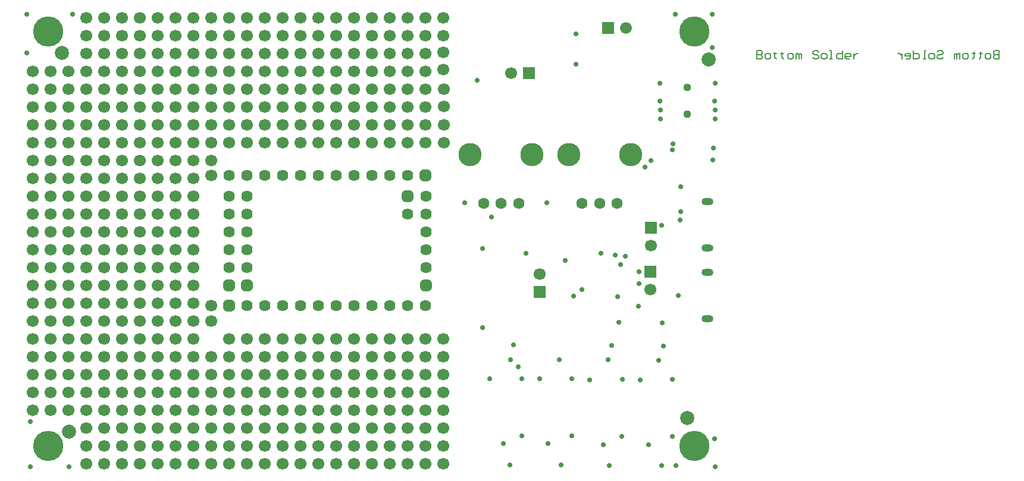
<source format=gbs>
G04*
G04 #@! TF.GenerationSoftware,Altium Limited,Altium Designer,24.3.1 (35)*
G04*
G04 Layer_Color=16711935*
%FSLAX44Y44*%
%MOMM*%
G71*
G04*
G04 #@! TF.SameCoordinates,D3561438-4DE8-4D87-AEC0-D3123FBB7C78*
G04*
G04*
G04 #@! TF.FilePolarity,Negative*
G04*
G01*
G75*
%ADD16C,0.1500*%
%ADD68C,2.0000*%
%ADD69C,1.7000*%
%ADD70R,1.7000X1.7000*%
%ADD71C,1.6080*%
%ADD72C,3.3160*%
%ADD73C,1.6200*%
G04:AMPARAMS|DCode=74|XSize=1.62mm|YSize=1.62mm|CornerRadius=0.43mm|HoleSize=0mm|Usage=FLASHONLY|Rotation=270.000|XOffset=0mm|YOffset=0mm|HoleType=Round|Shape=RoundedRectangle|*
%AMROUNDEDRECTD74*
21,1,1.6200,0.7600,0,0,270.0*
21,1,0.7600,1.6200,0,0,270.0*
1,1,0.8600,-0.3800,-0.3800*
1,1,0.8600,-0.3800,0.3800*
1,1,0.8600,0.3800,0.3800*
1,1,0.8600,0.3800,-0.3800*
%
%ADD74ROUNDEDRECTD74*%
G04:AMPARAMS|DCode=75|XSize=1.62mm|YSize=1.62mm|CornerRadius=0.43mm|HoleSize=0mm|Usage=FLASHONLY|Rotation=180.000|XOffset=0mm|YOffset=0mm|HoleType=Round|Shape=RoundedRectangle|*
%AMROUNDEDRECTD75*
21,1,1.6200,0.7600,0,0,180.0*
21,1,0.7600,1.6200,0,0,180.0*
1,1,0.8600,-0.3800,0.3800*
1,1,0.8600,0.3800,0.3800*
1,1,0.8600,0.3800,-0.3800*
1,1,0.8600,-0.3800,-0.3800*
%
%ADD75ROUNDEDRECTD75*%
%ADD76R,1.7000X1.7000*%
%ADD77C,1.1200*%
%ADD78O,1.7000X1.0000*%
%ADD79R,1.6750X1.6750*%
%ADD80C,1.6750*%
%ADD81C,4.3000*%
%ADD82C,0.7000*%
D16*
X1393500Y602996D02*
Y591000D01*
X1387502D01*
X1385502Y593000D01*
Y594999D01*
X1387502Y596998D01*
X1393500D01*
X1387502D01*
X1385502Y598998D01*
Y600997D01*
X1387502Y602996D01*
X1393500D01*
X1379504Y591000D02*
X1375506D01*
X1373506Y593000D01*
Y596998D01*
X1375506Y598998D01*
X1379504D01*
X1381504Y596998D01*
Y593000D01*
X1379504Y591000D01*
X1367508Y600997D02*
Y598998D01*
X1369508D01*
X1365509D01*
X1367508D01*
Y593000D01*
X1365509Y591000D01*
X1357511Y600997D02*
Y598998D01*
X1359511D01*
X1355512D01*
X1357511D01*
Y593000D01*
X1355512Y591000D01*
X1347515D02*
X1343516D01*
X1341517Y593000D01*
Y596998D01*
X1343516Y598998D01*
X1347515D01*
X1349514Y596998D01*
Y593000D01*
X1347515Y591000D01*
X1337518D02*
Y598998D01*
X1335519D01*
X1333519Y596998D01*
Y591000D01*
Y596998D01*
X1331520Y598998D01*
X1329521Y596998D01*
Y591000D01*
X1305528Y600997D02*
X1307528Y602996D01*
X1311526D01*
X1313526Y600997D01*
Y598998D01*
X1311526Y596998D01*
X1307528D01*
X1305528Y594999D01*
Y593000D01*
X1307528Y591000D01*
X1311526D01*
X1313526Y593000D01*
X1299530Y591000D02*
X1295531D01*
X1293532Y593000D01*
Y596998D01*
X1295531Y598998D01*
X1299530D01*
X1301530Y596998D01*
Y593000D01*
X1299530Y591000D01*
X1289534D02*
X1285535D01*
X1287534D01*
Y602996D01*
X1289534D01*
X1271539D02*
Y591000D01*
X1277537D01*
X1279537Y593000D01*
Y596998D01*
X1277537Y598998D01*
X1271539D01*
X1261543Y591000D02*
X1265541D01*
X1267541Y593000D01*
Y596998D01*
X1265541Y598998D01*
X1261543D01*
X1259543Y596998D01*
Y594999D01*
X1267541D01*
X1255545Y598998D02*
Y591000D01*
Y594999D01*
X1253545Y596998D01*
X1251546Y598998D01*
X1249546D01*
X1048500Y602746D02*
Y590750D01*
X1054498D01*
X1056497Y592750D01*
Y594749D01*
X1054498Y596748D01*
X1048500D01*
X1054498D01*
X1056497Y598748D01*
Y600747D01*
X1054498Y602746D01*
X1048500D01*
X1062495Y590750D02*
X1066494D01*
X1068493Y592750D01*
Y596748D01*
X1066494Y598748D01*
X1062495D01*
X1060496Y596748D01*
Y592750D01*
X1062495Y590750D01*
X1074491Y600747D02*
Y598748D01*
X1072492D01*
X1076491D01*
X1074491D01*
Y592750D01*
X1076491Y590750D01*
X1084488Y600747D02*
Y598748D01*
X1082489D01*
X1086488D01*
X1084488D01*
Y592750D01*
X1086488Y590750D01*
X1094485D02*
X1098484D01*
X1100483Y592750D01*
Y596748D01*
X1098484Y598748D01*
X1094485D01*
X1092486Y596748D01*
Y592750D01*
X1094485Y590750D01*
X1104482D02*
Y598748D01*
X1106481D01*
X1108480Y596748D01*
Y590750D01*
Y596748D01*
X1110480Y598748D01*
X1112479Y596748D01*
Y590750D01*
X1136471Y600747D02*
X1134472Y602746D01*
X1130473D01*
X1128474Y600747D01*
Y598748D01*
X1130473Y596748D01*
X1134472D01*
X1136471Y594749D01*
Y592750D01*
X1134472Y590750D01*
X1130473D01*
X1128474Y592750D01*
X1142469Y590750D02*
X1146468D01*
X1148467Y592750D01*
Y596748D01*
X1146468Y598748D01*
X1142469D01*
X1140470Y596748D01*
Y592750D01*
X1142469Y590750D01*
X1152466D02*
X1156465D01*
X1154466D01*
Y602746D01*
X1152466D01*
X1170460D02*
Y590750D01*
X1164462D01*
X1162463Y592750D01*
Y596748D01*
X1164462Y598748D01*
X1170460D01*
X1180457Y590750D02*
X1176459D01*
X1174459Y592750D01*
Y596748D01*
X1176459Y598748D01*
X1180457D01*
X1182457Y596748D01*
Y594749D01*
X1174459D01*
X1186455Y598748D02*
Y590750D01*
Y594749D01*
X1188455Y596748D01*
X1190454Y598748D01*
X1192453D01*
D68*
X60000Y600000D02*
D03*
X950000Y80000D02*
D03*
X980000Y590000D02*
D03*
X70000Y60000D02*
D03*
D69*
X897000Y263000D02*
D03*
X699000Y571000D02*
D03*
X272600Y425200D02*
D03*
X898000Y325000D02*
D03*
X272600Y239400D02*
D03*
X740000Y285000D02*
D03*
X602800Y192600D02*
D03*
Y167200D02*
D03*
Y141800D02*
D03*
Y116400D02*
D03*
Y91000D02*
D03*
Y65600D02*
D03*
X603000Y497000D02*
D03*
Y523000D02*
D03*
Y548000D02*
D03*
X602800Y576104D02*
D03*
Y600750D02*
D03*
Y14800D02*
D03*
Y40200D02*
D03*
Y624000D02*
D03*
Y649800D02*
D03*
X577400Y497400D02*
D03*
X603000Y472000D02*
D03*
X18600Y91000D02*
D03*
X44000D02*
D03*
X69400D02*
D03*
X18600Y116400D02*
D03*
X44000D02*
D03*
X69400D02*
D03*
X18600Y446600D02*
D03*
Y472000D02*
D03*
Y345000D02*
D03*
Y319600D02*
D03*
Y421200D02*
D03*
Y395800D02*
D03*
Y370400D02*
D03*
Y218000D02*
D03*
Y192600D02*
D03*
Y294200D02*
D03*
Y268800D02*
D03*
Y243400D02*
D03*
X44000Y268800D02*
D03*
X69400Y294200D02*
D03*
X44000D02*
D03*
X69400Y218000D02*
D03*
Y243400D02*
D03*
Y268800D02*
D03*
Y192600D02*
D03*
X44000Y243400D02*
D03*
Y218000D02*
D03*
Y192600D02*
D03*
X69400Y141800D02*
D03*
X44000D02*
D03*
X69400Y319600D02*
D03*
Y345000D02*
D03*
X44000D02*
D03*
Y319600D02*
D03*
Y370400D02*
D03*
Y395800D02*
D03*
Y421200D02*
D03*
X69400D02*
D03*
Y395800D02*
D03*
Y370400D02*
D03*
X44000Y446600D02*
D03*
X69400D02*
D03*
X44000Y472000D02*
D03*
X69400D02*
D03*
X18600Y548200D02*
D03*
Y522800D02*
D03*
Y497400D02*
D03*
X44000Y548200D02*
D03*
Y522800D02*
D03*
Y497400D02*
D03*
X69400D02*
D03*
Y522800D02*
D03*
Y548200D02*
D03*
Y167200D02*
D03*
Y573600D02*
D03*
X44000D02*
D03*
Y167200D02*
D03*
X18600Y573600D02*
D03*
Y167200D02*
D03*
Y141800D02*
D03*
X577400Y192600D02*
D03*
X298000Y472000D02*
D03*
X552000Y192600D02*
D03*
X323400Y472000D02*
D03*
X526600Y192600D02*
D03*
X348800Y472000D02*
D03*
X501200Y192600D02*
D03*
X374200Y472000D02*
D03*
X475800Y192600D02*
D03*
X399600Y472000D02*
D03*
X450400Y192600D02*
D03*
X425000Y472000D02*
D03*
Y192600D02*
D03*
X450400Y472000D02*
D03*
X399600Y192600D02*
D03*
X475800Y472000D02*
D03*
X374200Y192600D02*
D03*
X501200Y472000D02*
D03*
X348800Y192600D02*
D03*
X526600Y472000D02*
D03*
X552000D02*
D03*
X577400D02*
D03*
X247200Y268800D02*
D03*
Y294200D02*
D03*
Y319600D02*
D03*
X221800Y345000D02*
D03*
X247200Y370400D02*
D03*
Y395800D02*
D03*
X221800Y268800D02*
D03*
Y294200D02*
D03*
Y319600D02*
D03*
X247200Y345000D02*
D03*
X221800Y370400D02*
D03*
Y395800D02*
D03*
X94800Y141800D02*
D03*
Y167200D02*
D03*
Y599000D02*
D03*
X171000Y472000D02*
D03*
X94800Y573600D02*
D03*
X196400Y472000D02*
D03*
X171000Y573600D02*
D03*
X196400D02*
D03*
X171000Y599000D02*
D03*
X196400D02*
D03*
Y167200D02*
D03*
X171000D02*
D03*
X120200D02*
D03*
Y599000D02*
D03*
Y573600D02*
D03*
X145600D02*
D03*
Y599000D02*
D03*
Y167200D02*
D03*
X247200D02*
D03*
Y599000D02*
D03*
Y573600D02*
D03*
X221800D02*
D03*
Y599000D02*
D03*
Y167200D02*
D03*
X272600D02*
D03*
X298000Y599000D02*
D03*
X272600D02*
D03*
X298000Y573600D02*
D03*
X272600D02*
D03*
X374200D02*
D03*
X399600D02*
D03*
X374200Y599000D02*
D03*
X399600D02*
D03*
Y167200D02*
D03*
X374200D02*
D03*
X323400Y599000D02*
D03*
Y573600D02*
D03*
X348800D02*
D03*
Y599000D02*
D03*
Y167200D02*
D03*
X450400D02*
D03*
Y599000D02*
D03*
Y573600D02*
D03*
X425000D02*
D03*
Y599000D02*
D03*
Y167200D02*
D03*
X475800D02*
D03*
X501200D02*
D03*
Y599000D02*
D03*
X475800D02*
D03*
X501200Y573600D02*
D03*
X475800D02*
D03*
X577400D02*
D03*
Y599000D02*
D03*
Y167200D02*
D03*
X526600D02*
D03*
Y599000D02*
D03*
Y573600D02*
D03*
X552000D02*
D03*
Y599000D02*
D03*
Y167200D02*
D03*
X145600Y548200D02*
D03*
Y522800D02*
D03*
Y497400D02*
D03*
X120200D02*
D03*
Y522800D02*
D03*
Y548200D02*
D03*
X171000D02*
D03*
X196400D02*
D03*
Y522800D02*
D03*
X171000D02*
D03*
X196400Y497400D02*
D03*
X171000D02*
D03*
X272600Y472000D02*
D03*
X94800Y497400D02*
D03*
X247200Y472000D02*
D03*
X94800Y522800D02*
D03*
Y548200D02*
D03*
X221800Y472000D02*
D03*
X348800Y548200D02*
D03*
Y522800D02*
D03*
Y497400D02*
D03*
X323400D02*
D03*
Y522800D02*
D03*
Y548200D02*
D03*
X374200D02*
D03*
X399600D02*
D03*
Y522800D02*
D03*
X374200D02*
D03*
X399600Y497400D02*
D03*
X374200D02*
D03*
X272600D02*
D03*
X298000D02*
D03*
X272600Y522800D02*
D03*
X298000D02*
D03*
Y548200D02*
D03*
X272600D02*
D03*
X221800D02*
D03*
Y522800D02*
D03*
Y497400D02*
D03*
X247200D02*
D03*
Y522800D02*
D03*
Y548200D02*
D03*
X552000D02*
D03*
Y522800D02*
D03*
Y497400D02*
D03*
X526600D02*
D03*
Y522800D02*
D03*
Y548200D02*
D03*
X577400D02*
D03*
Y522800D02*
D03*
X475800Y497400D02*
D03*
X501200D02*
D03*
X475800Y522800D02*
D03*
X501200D02*
D03*
Y548200D02*
D03*
X475800D02*
D03*
X425000D02*
D03*
Y522800D02*
D03*
Y497400D02*
D03*
X450400D02*
D03*
Y522800D02*
D03*
Y548200D02*
D03*
X145600Y472000D02*
D03*
X120200D02*
D03*
X145600Y446600D02*
D03*
X120200D02*
D03*
X145600Y370400D02*
D03*
Y395800D02*
D03*
Y421200D02*
D03*
X120200D02*
D03*
Y395800D02*
D03*
Y370400D02*
D03*
Y319600D02*
D03*
Y345000D02*
D03*
X145600D02*
D03*
Y319600D02*
D03*
X120200Y141800D02*
D03*
Y116400D02*
D03*
X196400Y141800D02*
D03*
X171000D02*
D03*
X145600D02*
D03*
Y116400D02*
D03*
X171000D02*
D03*
X196400D02*
D03*
X247200D02*
D03*
X221800D02*
D03*
Y141800D02*
D03*
X247200D02*
D03*
X120200Y91000D02*
D03*
Y65600D02*
D03*
X196400Y91000D02*
D03*
X171000D02*
D03*
X145600D02*
D03*
Y65600D02*
D03*
X171000D02*
D03*
X196400D02*
D03*
X247200D02*
D03*
X221800D02*
D03*
Y91000D02*
D03*
X247200D02*
D03*
X399600D02*
D03*
X374200D02*
D03*
Y65600D02*
D03*
X399600D02*
D03*
X348800D02*
D03*
X323400D02*
D03*
X298000D02*
D03*
Y91000D02*
D03*
X323400D02*
D03*
X348800D02*
D03*
X272600Y65600D02*
D03*
Y91000D02*
D03*
X399600Y141800D02*
D03*
X374200D02*
D03*
Y116400D02*
D03*
X399600D02*
D03*
X348800D02*
D03*
X323400D02*
D03*
X298000D02*
D03*
Y141800D02*
D03*
X323400D02*
D03*
X348800D02*
D03*
X272600Y116400D02*
D03*
Y141800D02*
D03*
X552000Y91000D02*
D03*
X526600D02*
D03*
Y65600D02*
D03*
X552000D02*
D03*
X501200D02*
D03*
X475800D02*
D03*
X450400D02*
D03*
Y91000D02*
D03*
X475800D02*
D03*
X501200D02*
D03*
X425000Y65600D02*
D03*
Y91000D02*
D03*
X552000Y141800D02*
D03*
X526600D02*
D03*
Y116400D02*
D03*
X552000D02*
D03*
X501200D02*
D03*
X475800D02*
D03*
X450400D02*
D03*
Y141800D02*
D03*
X475800D02*
D03*
X501200D02*
D03*
X425000Y116400D02*
D03*
Y141800D02*
D03*
X577400Y116400D02*
D03*
Y141800D02*
D03*
Y65600D02*
D03*
Y91000D02*
D03*
X94800Y65600D02*
D03*
Y91000D02*
D03*
Y116400D02*
D03*
X120200Y192600D02*
D03*
Y218000D02*
D03*
Y243400D02*
D03*
X196400Y192600D02*
D03*
X171000D02*
D03*
X145600D02*
D03*
Y268800D02*
D03*
Y243400D02*
D03*
Y218000D02*
D03*
X221800Y192600D02*
D03*
X247200D02*
D03*
X221800Y218000D02*
D03*
X171000D02*
D03*
X196400D02*
D03*
X221800Y243400D02*
D03*
X171000D02*
D03*
X196400D02*
D03*
X171000Y319600D02*
D03*
Y268800D02*
D03*
Y294200D02*
D03*
Y395800D02*
D03*
Y446600D02*
D03*
Y421200D02*
D03*
X221800Y446600D02*
D03*
X196400D02*
D03*
X221800Y421200D02*
D03*
X196400D02*
D03*
X171000Y370400D02*
D03*
Y345000D02*
D03*
X120200Y294200D02*
D03*
X145600D02*
D03*
X120200Y268800D02*
D03*
X94800Y243400D02*
D03*
Y268800D02*
D03*
Y294200D02*
D03*
Y192600D02*
D03*
Y218000D02*
D03*
Y370400D02*
D03*
Y395800D02*
D03*
Y421200D02*
D03*
Y319600D02*
D03*
Y345000D02*
D03*
Y472000D02*
D03*
Y446600D02*
D03*
X323400Y192600D02*
D03*
X298000D02*
D03*
Y167200D02*
D03*
X323400D02*
D03*
X552000Y624400D02*
D03*
X526600D02*
D03*
X577400D02*
D03*
X475800D02*
D03*
X501200D02*
D03*
X425000D02*
D03*
X450400D02*
D03*
X348800D02*
D03*
X323400D02*
D03*
X399600D02*
D03*
X374200D02*
D03*
X272600D02*
D03*
X298000D02*
D03*
X221800D02*
D03*
X247200D02*
D03*
X145600D02*
D03*
X120200D02*
D03*
X196400D02*
D03*
X171000D02*
D03*
X94800D02*
D03*
X552000Y649800D02*
D03*
X526600D02*
D03*
X577400D02*
D03*
X475800D02*
D03*
X501200D02*
D03*
X425000D02*
D03*
X450400D02*
D03*
X348800D02*
D03*
X323400D02*
D03*
X399600D02*
D03*
X374200D02*
D03*
X272600D02*
D03*
X298000D02*
D03*
X221800D02*
D03*
X247200D02*
D03*
X145600D02*
D03*
X120200D02*
D03*
X196400D02*
D03*
X171000D02*
D03*
X94800D02*
D03*
X552000Y40200D02*
D03*
X526600D02*
D03*
X577400D02*
D03*
X475800D02*
D03*
X501200D02*
D03*
X425000D02*
D03*
X450400D02*
D03*
X348800D02*
D03*
X323400D02*
D03*
X399600D02*
D03*
X374200D02*
D03*
X272600D02*
D03*
X298000D02*
D03*
X221800D02*
D03*
X247200D02*
D03*
X145600D02*
D03*
X120200D02*
D03*
X196400D02*
D03*
X171000D02*
D03*
X94800D02*
D03*
X552000Y14800D02*
D03*
X526600D02*
D03*
X577400D02*
D03*
X475800D02*
D03*
X501200D02*
D03*
X425000D02*
D03*
X450400D02*
D03*
X348800D02*
D03*
X323400D02*
D03*
X399600D02*
D03*
X374200D02*
D03*
X272600D02*
D03*
X298000D02*
D03*
X221800D02*
D03*
X247200D02*
D03*
X145600D02*
D03*
X120200D02*
D03*
X196400D02*
D03*
X171000D02*
D03*
X94800D02*
D03*
X196400Y345000D02*
D03*
Y370400D02*
D03*
Y395800D02*
D03*
Y294200D02*
D03*
Y268800D02*
D03*
Y319600D02*
D03*
X247200Y421200D02*
D03*
Y446600D02*
D03*
Y218000D02*
D03*
Y243400D02*
D03*
X272600Y218000D02*
D03*
Y446600D02*
D03*
D70*
X897000Y288400D02*
D03*
X898000Y350400D02*
D03*
X740000Y259600D02*
D03*
D71*
X800000Y385000D02*
D03*
X825000D02*
D03*
X850000D02*
D03*
X710000D02*
D03*
X685000D02*
D03*
X660000D02*
D03*
D72*
X781000Y455000D02*
D03*
X869000D02*
D03*
X729000D02*
D03*
X641000D02*
D03*
D73*
X552000Y370400D02*
D03*
X348800Y425200D02*
D03*
X425000D02*
D03*
X526600D02*
D03*
X552000D02*
D03*
X501200D02*
D03*
X475800D02*
D03*
X450400D02*
D03*
X399600D02*
D03*
X374200D02*
D03*
X323400D02*
D03*
X298000D02*
D03*
X323400Y395800D02*
D03*
Y370400D02*
D03*
Y345000D02*
D03*
Y294200D02*
D03*
Y319600D02*
D03*
X577400Y239400D02*
D03*
X552000D02*
D03*
X501200D02*
D03*
X475800D02*
D03*
X425000D02*
D03*
X399600D02*
D03*
X374200D02*
D03*
X323400D02*
D03*
X348800D02*
D03*
X450400D02*
D03*
X526600D02*
D03*
X578400Y319600D02*
D03*
Y294200D02*
D03*
Y345000D02*
D03*
Y370400D02*
D03*
Y395800D02*
D03*
X298000D02*
D03*
Y370400D02*
D03*
Y345000D02*
D03*
Y294200D02*
D03*
Y319600D02*
D03*
D74*
X552000Y395800D02*
D03*
X323400Y268800D02*
D03*
X578400D02*
D03*
X298000D02*
D03*
D75*
X577400Y425200D02*
D03*
X298000Y239400D02*
D03*
D76*
X724400Y571000D02*
D03*
D77*
X950000Y550100D02*
D03*
Y512000D02*
D03*
D78*
X978250Y322000D02*
D03*
Y388000D02*
D03*
Y221000D02*
D03*
Y287000D02*
D03*
D79*
X837500Y635250D02*
D03*
D80*
X862500D02*
D03*
D81*
X960000Y630000D02*
D03*
X40000D02*
D03*
Y40000D02*
D03*
X960000D02*
D03*
D82*
X913000Y354000D02*
D03*
X940000Y409000D02*
D03*
X914000Y215000D02*
D03*
X937000Y254000D02*
D03*
X890000Y437000D02*
D03*
X986000Y447000D02*
D03*
X928901Y461532D02*
D03*
X929000Y470000D02*
D03*
X985000Y607000D02*
D03*
X933000Y655000D02*
D03*
X985000Y655000D02*
D03*
X788000Y253000D02*
D03*
X827000Y314000D02*
D03*
X862000Y310000D02*
D03*
X909000Y162000D02*
D03*
X837000Y163000D02*
D03*
X768000D02*
D03*
X698000D02*
D03*
X915965Y182188D02*
D03*
X709129Y152361D02*
D03*
X720271Y314500D02*
D03*
X850775Y252404D02*
D03*
X799706Y262383D02*
D03*
X898000Y446000D02*
D03*
X880000Y239000D02*
D03*
X852000Y216000D02*
D03*
X702250Y184000D02*
D03*
X939750Y361331D02*
D03*
X989105Y10500D02*
D03*
X934000Y12000D02*
D03*
X989000Y50000D02*
D03*
X15000Y10000D02*
D03*
Y75000D02*
D03*
X70000Y10000D02*
D03*
X10000Y600000D02*
D03*
X75000Y655000D02*
D03*
X10000D02*
D03*
X842051Y182997D02*
D03*
X847000Y312000D02*
D03*
X658028Y208715D02*
D03*
X658101Y321016D02*
D03*
X894580Y41811D02*
D03*
X928407Y53623D02*
D03*
X856352Y53544D02*
D03*
X785174Y54661D02*
D03*
X714715Y54741D02*
D03*
X928256Y134439D02*
D03*
X857225Y134439D02*
D03*
X785868Y135355D02*
D03*
X751901Y43690D02*
D03*
X714478Y135381D02*
D03*
X830500Y42000D02*
D03*
X688000Y43000D02*
D03*
X987000Y464000D02*
D03*
X791500Y627000D02*
D03*
X671000Y366000D02*
D03*
X940558Y373854D02*
D03*
X791500Y583500D02*
D03*
X651000Y561000D02*
D03*
X854500Y298500D02*
D03*
X633000Y386000D02*
D03*
X750000D02*
D03*
X989127Y505880D02*
D03*
Y518580D02*
D03*
X989050Y531050D02*
D03*
X989450Y556450D02*
D03*
X910550D02*
D03*
X910950Y531050D02*
D03*
X911350Y518350D02*
D03*
X911350Y505650D02*
D03*
X883000Y134250D02*
D03*
X811000Y134250D02*
D03*
X740000Y135250D02*
D03*
X669000Y135250D02*
D03*
X776500Y304500D02*
D03*
X881000Y271000D02*
D03*
Y288000D02*
D03*
X913000Y12000D02*
D03*
X839000Y12000D02*
D03*
X770000Y13000D02*
D03*
X697000Y13000D02*
D03*
M02*

</source>
